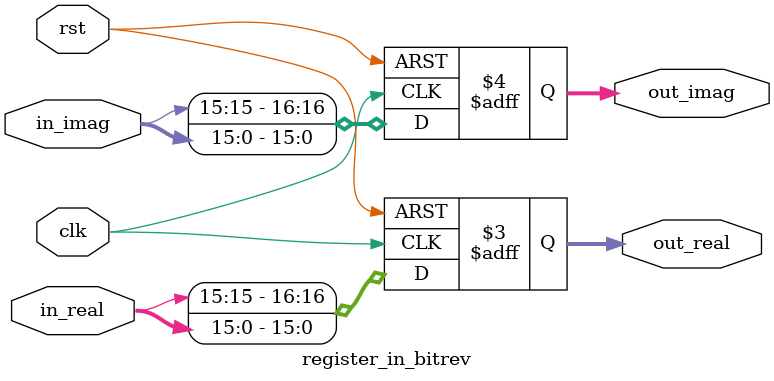
<source format=v>
`timescale 1ns / 1ps


module register_in_bitrev( 
                clk,
                rst,
                in_real,
                in_imag,
                out_real,
                out_imag
               );
    input clk;
    input rst;
    input signed [15:0] in_real; // 16 bits input
    input signed [15:0] in_imag;
    output signed [16:0] out_real; // 17 bits output
    output signed [16:0] out_imag; // s2.14
    
    reg signed [16:0] out_real;
    reg signed [16:0] out_imag;
    
    always@(posedge clk or posedge rst) begin
        if (rst == 1) begin
            out_real <= 17'd0;
            out_imag <= 17'd0;
        end else begin
            out_real <= in_real;
            out_imag <= in_imag;
        end
    end
endmodule
</source>
